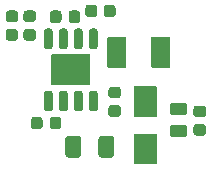
<source format=gts>
G04 #@! TF.GenerationSoftware,KiCad,Pcbnew,(5.1.0-1558-g0ba0c1724)*
G04 #@! TF.CreationDate,2019-11-25T19:03:30-08:00*
G04 #@! TF.ProjectId,MP-Power,4d502d50-6f77-4657-922e-6b696361645f,rev?*
G04 #@! TF.SameCoordinates,Original*
G04 #@! TF.FileFunction,Soldermask,Top*
G04 #@! TF.FilePolarity,Negative*
%FSLAX46Y46*%
G04 Gerber Fmt 4.6, Leading zero omitted, Abs format (unit mm)*
G04 Created by KiCad (PCBNEW (5.1.0-1558-g0ba0c1724)) date 2019-11-25 19:03:30*
%MOMM*%
%LPD*%
G04 APERTURE LIST*
%ADD10C,0.100000*%
G04 APERTURE END LIST*
D10*
G36*
X121219899Y-83901959D02*
G01*
X121236769Y-83913231D01*
X121248041Y-83930101D01*
X121254448Y-83962312D01*
X121254448Y-86437688D01*
X121251999Y-86450000D01*
X121248041Y-86469899D01*
X121236769Y-86486769D01*
X121219899Y-86498041D01*
X121200000Y-86501999D01*
X121187688Y-86504448D01*
X119412312Y-86504448D01*
X119380101Y-86498041D01*
X119363231Y-86486769D01*
X119351959Y-86469899D01*
X119345552Y-86437688D01*
X119345552Y-83962312D01*
X119351959Y-83930101D01*
X119363231Y-83913231D01*
X119380101Y-83901959D01*
X119412312Y-83895552D01*
X121187688Y-83895552D01*
X121219899Y-83901959D01*
X121219899Y-83901959D01*
G37*
G36*
X117461756Y-84086764D02*
G01*
X117473228Y-84092289D01*
X117481286Y-84093795D01*
X117498543Y-84104480D01*
X117543638Y-84126197D01*
X117563738Y-84144847D01*
X117576964Y-84153036D01*
X117587264Y-84166676D01*
X117610265Y-84188017D01*
X117632617Y-84226732D01*
X117644781Y-84242840D01*
X117646750Y-84251212D01*
X117654506Y-84264646D01*
X117673419Y-84364603D01*
X117676883Y-84379331D01*
X117676883Y-84382910D01*
X117678194Y-84389839D01*
X117678194Y-85612516D01*
X117663236Y-85711756D01*
X117657711Y-85723228D01*
X117656205Y-85731286D01*
X117645520Y-85748543D01*
X117623803Y-85793638D01*
X117605153Y-85813738D01*
X117596964Y-85826964D01*
X117583324Y-85837264D01*
X117561983Y-85860265D01*
X117523268Y-85882617D01*
X117507160Y-85894781D01*
X117498788Y-85896750D01*
X117485354Y-85904506D01*
X117385397Y-85923419D01*
X117370669Y-85926883D01*
X117367090Y-85926883D01*
X117360161Y-85928194D01*
X116637484Y-85928194D01*
X116538244Y-85913236D01*
X116526772Y-85907711D01*
X116518714Y-85906205D01*
X116501457Y-85895520D01*
X116456362Y-85873803D01*
X116436262Y-85855153D01*
X116423036Y-85846964D01*
X116412736Y-85833324D01*
X116389735Y-85811983D01*
X116367383Y-85773268D01*
X116355219Y-85757160D01*
X116353250Y-85748788D01*
X116345494Y-85735354D01*
X116326581Y-85635397D01*
X116323117Y-85620669D01*
X116323117Y-85617090D01*
X116321806Y-85610161D01*
X116321806Y-84387484D01*
X116336764Y-84288244D01*
X116342289Y-84276772D01*
X116343795Y-84268714D01*
X116354480Y-84251457D01*
X116376197Y-84206362D01*
X116394847Y-84186262D01*
X116403036Y-84173036D01*
X116416676Y-84162736D01*
X116438017Y-84139735D01*
X116476732Y-84117383D01*
X116492840Y-84105219D01*
X116501212Y-84103250D01*
X116514646Y-84095494D01*
X116614603Y-84076581D01*
X116629331Y-84073117D01*
X116632910Y-84073117D01*
X116639839Y-84071806D01*
X117362516Y-84071806D01*
X117461756Y-84086764D01*
X117461756Y-84086764D01*
G37*
G36*
X114661756Y-84086764D02*
G01*
X114673228Y-84092289D01*
X114681286Y-84093795D01*
X114698543Y-84104480D01*
X114743638Y-84126197D01*
X114763738Y-84144847D01*
X114776964Y-84153036D01*
X114787264Y-84166676D01*
X114810265Y-84188017D01*
X114832617Y-84226732D01*
X114844781Y-84242840D01*
X114846750Y-84251212D01*
X114854506Y-84264646D01*
X114873419Y-84364603D01*
X114876883Y-84379331D01*
X114876883Y-84382910D01*
X114878194Y-84389839D01*
X114878194Y-85612516D01*
X114863236Y-85711756D01*
X114857711Y-85723228D01*
X114856205Y-85731286D01*
X114845520Y-85748543D01*
X114823803Y-85793638D01*
X114805153Y-85813738D01*
X114796964Y-85826964D01*
X114783324Y-85837264D01*
X114761983Y-85860265D01*
X114723268Y-85882617D01*
X114707160Y-85894781D01*
X114698788Y-85896750D01*
X114685354Y-85904506D01*
X114585397Y-85923419D01*
X114570669Y-85926883D01*
X114567090Y-85926883D01*
X114560161Y-85928194D01*
X113837484Y-85928194D01*
X113738244Y-85913236D01*
X113726772Y-85907711D01*
X113718714Y-85906205D01*
X113701457Y-85895520D01*
X113656362Y-85873803D01*
X113636262Y-85855153D01*
X113623036Y-85846964D01*
X113612736Y-85833324D01*
X113589735Y-85811983D01*
X113567383Y-85773268D01*
X113555219Y-85757160D01*
X113553250Y-85748788D01*
X113545494Y-85735354D01*
X113526581Y-85635397D01*
X113523117Y-85620669D01*
X113523117Y-85617090D01*
X113521806Y-85610161D01*
X113521806Y-84387484D01*
X113536764Y-84288244D01*
X113542289Y-84276772D01*
X113543795Y-84268714D01*
X113554480Y-84251457D01*
X113576197Y-84206362D01*
X113594847Y-84186262D01*
X113603036Y-84173036D01*
X113616676Y-84162736D01*
X113638017Y-84139735D01*
X113676732Y-84117383D01*
X113692840Y-84105219D01*
X113701212Y-84103250D01*
X113714646Y-84095494D01*
X113814603Y-84076581D01*
X113829331Y-84073117D01*
X113832910Y-84073117D01*
X113839839Y-84071806D01*
X114562516Y-84071806D01*
X114661756Y-84086764D01*
X114661756Y-84086764D01*
G37*
G36*
X123551652Y-83148117D02*
G01*
X123552027Y-83148117D01*
X123554106Y-83148506D01*
X123645430Y-83162970D01*
X123653513Y-83167088D01*
X123660347Y-83168366D01*
X123680453Y-83180815D01*
X123728620Y-83205357D01*
X123742488Y-83219225D01*
X123754039Y-83226377D01*
X123767607Y-83244344D01*
X123794643Y-83271380D01*
X123808374Y-83298328D01*
X123820447Y-83314316D01*
X123823814Y-83328632D01*
X123837030Y-83354570D01*
X123851701Y-83447200D01*
X123851883Y-83447973D01*
X123851883Y-83448348D01*
X123853194Y-83456625D01*
X123853194Y-83918375D01*
X123851883Y-83926652D01*
X123851883Y-83927027D01*
X123851494Y-83929106D01*
X123837030Y-84020430D01*
X123832912Y-84028513D01*
X123831634Y-84035347D01*
X123819185Y-84055453D01*
X123794643Y-84103620D01*
X123780775Y-84117488D01*
X123773623Y-84129039D01*
X123755656Y-84142607D01*
X123728620Y-84169643D01*
X123701672Y-84183374D01*
X123685684Y-84195447D01*
X123671368Y-84198814D01*
X123645430Y-84212030D01*
X123552800Y-84226701D01*
X123552027Y-84226883D01*
X123551652Y-84226883D01*
X123543375Y-84228194D01*
X122656625Y-84228194D01*
X122648348Y-84226883D01*
X122647973Y-84226883D01*
X122645894Y-84226494D01*
X122554570Y-84212030D01*
X122546487Y-84207912D01*
X122539653Y-84206634D01*
X122519547Y-84194185D01*
X122471380Y-84169643D01*
X122457512Y-84155775D01*
X122445961Y-84148623D01*
X122432393Y-84130656D01*
X122405357Y-84103620D01*
X122391626Y-84076672D01*
X122379553Y-84060684D01*
X122376186Y-84046368D01*
X122362970Y-84020430D01*
X122348299Y-83927800D01*
X122348117Y-83927027D01*
X122348117Y-83926652D01*
X122346806Y-83918375D01*
X122346806Y-83456625D01*
X122348117Y-83448348D01*
X122348117Y-83447973D01*
X122348506Y-83445894D01*
X122362970Y-83354570D01*
X122367088Y-83346487D01*
X122368366Y-83339653D01*
X122380815Y-83319547D01*
X122405357Y-83271380D01*
X122419225Y-83257512D01*
X122426377Y-83245961D01*
X122444344Y-83232393D01*
X122471380Y-83205357D01*
X122498328Y-83191626D01*
X122514316Y-83179553D01*
X122528632Y-83176186D01*
X122554570Y-83162970D01*
X122647200Y-83148299D01*
X122647973Y-83148117D01*
X122648348Y-83148117D01*
X122656625Y-83146806D01*
X123543375Y-83146806D01*
X123551652Y-83148117D01*
X123551652Y-83148117D01*
G37*
G36*
X125151231Y-83098001D02*
G01*
X125151964Y-83098001D01*
X125154829Y-83098571D01*
X125237918Y-83111731D01*
X125248760Y-83117255D01*
X125257215Y-83118937D01*
X125273768Y-83129998D01*
X125314054Y-83150524D01*
X125333316Y-83169786D01*
X125346443Y-83178557D01*
X125355214Y-83191684D01*
X125374476Y-83210946D01*
X125395002Y-83251232D01*
X125406063Y-83267785D01*
X125407745Y-83276240D01*
X125413269Y-83287082D01*
X125426429Y-83370171D01*
X125426999Y-83373036D01*
X125426999Y-83373769D01*
X125428194Y-83381314D01*
X125428194Y-83793686D01*
X125426999Y-83801231D01*
X125426999Y-83801964D01*
X125426429Y-83804829D01*
X125413269Y-83887918D01*
X125407745Y-83898760D01*
X125406063Y-83907215D01*
X125395002Y-83923768D01*
X125374476Y-83964054D01*
X125355214Y-83983316D01*
X125346443Y-83996443D01*
X125333316Y-84005214D01*
X125314054Y-84024476D01*
X125273768Y-84045002D01*
X125257215Y-84056063D01*
X125248760Y-84057745D01*
X125237918Y-84063269D01*
X125154829Y-84076429D01*
X125151964Y-84076999D01*
X125151231Y-84076999D01*
X125143686Y-84078194D01*
X124656314Y-84078194D01*
X124648769Y-84076999D01*
X124648036Y-84076999D01*
X124645171Y-84076429D01*
X124562082Y-84063269D01*
X124551240Y-84057745D01*
X124542785Y-84056063D01*
X124526232Y-84045002D01*
X124485946Y-84024476D01*
X124466684Y-84005214D01*
X124453557Y-83996443D01*
X124444786Y-83983316D01*
X124425524Y-83964054D01*
X124404998Y-83923768D01*
X124393937Y-83907215D01*
X124392255Y-83898760D01*
X124386731Y-83887918D01*
X124373571Y-83804829D01*
X124373001Y-83801964D01*
X124373001Y-83801231D01*
X124371806Y-83793686D01*
X124371806Y-83381314D01*
X124373001Y-83373769D01*
X124373001Y-83373036D01*
X124373571Y-83370171D01*
X124386731Y-83287082D01*
X124392255Y-83276240D01*
X124393937Y-83267785D01*
X124404998Y-83251232D01*
X124425524Y-83210946D01*
X124444786Y-83191684D01*
X124453557Y-83178557D01*
X124466684Y-83169786D01*
X124485946Y-83150524D01*
X124526232Y-83129998D01*
X124542785Y-83118937D01*
X124551240Y-83117255D01*
X124562082Y-83111731D01*
X124645171Y-83098571D01*
X124648036Y-83098001D01*
X124648769Y-83098001D01*
X124656314Y-83096806D01*
X125143686Y-83096806D01*
X125151231Y-83098001D01*
X125151231Y-83098001D01*
G37*
G36*
X111326231Y-82473001D02*
G01*
X111326964Y-82473001D01*
X111329829Y-82473571D01*
X111412918Y-82486731D01*
X111423760Y-82492255D01*
X111432215Y-82493937D01*
X111448768Y-82504998D01*
X111489054Y-82525524D01*
X111508316Y-82544786D01*
X111521443Y-82553557D01*
X111530214Y-82566684D01*
X111549476Y-82585946D01*
X111570002Y-82626232D01*
X111581063Y-82642785D01*
X111582745Y-82651240D01*
X111588269Y-82662082D01*
X111601429Y-82745171D01*
X111601999Y-82748036D01*
X111601999Y-82748769D01*
X111603194Y-82756314D01*
X111603194Y-83243686D01*
X111601999Y-83251231D01*
X111601999Y-83251964D01*
X111601429Y-83254829D01*
X111588269Y-83337918D01*
X111582745Y-83348760D01*
X111581063Y-83357215D01*
X111570002Y-83373768D01*
X111549476Y-83414054D01*
X111530214Y-83433316D01*
X111521443Y-83446443D01*
X111508316Y-83455214D01*
X111489054Y-83474476D01*
X111448768Y-83495002D01*
X111432215Y-83506063D01*
X111423760Y-83507745D01*
X111412918Y-83513269D01*
X111329829Y-83526429D01*
X111326964Y-83526999D01*
X111326231Y-83526999D01*
X111318686Y-83528194D01*
X110906314Y-83528194D01*
X110898769Y-83526999D01*
X110898036Y-83526999D01*
X110895171Y-83526429D01*
X110812082Y-83513269D01*
X110801240Y-83507745D01*
X110792785Y-83506063D01*
X110776232Y-83495002D01*
X110735946Y-83474476D01*
X110716684Y-83455214D01*
X110703557Y-83446443D01*
X110694786Y-83433316D01*
X110675524Y-83414054D01*
X110654998Y-83373768D01*
X110643937Y-83357215D01*
X110642255Y-83348760D01*
X110636731Y-83337918D01*
X110623571Y-83254829D01*
X110623001Y-83251964D01*
X110623001Y-83251231D01*
X110621806Y-83243686D01*
X110621806Y-82756314D01*
X110623001Y-82748769D01*
X110623001Y-82748036D01*
X110623571Y-82745171D01*
X110636731Y-82662082D01*
X110642255Y-82651240D01*
X110643937Y-82642785D01*
X110654998Y-82626232D01*
X110675524Y-82585946D01*
X110694786Y-82566684D01*
X110703557Y-82553557D01*
X110716684Y-82544786D01*
X110735946Y-82525524D01*
X110776232Y-82504998D01*
X110792785Y-82493937D01*
X110801240Y-82492255D01*
X110812082Y-82486731D01*
X110895171Y-82473571D01*
X110898036Y-82473001D01*
X110898769Y-82473001D01*
X110906314Y-82471806D01*
X111318686Y-82471806D01*
X111326231Y-82473001D01*
X111326231Y-82473001D01*
G37*
G36*
X112901231Y-82473001D02*
G01*
X112901964Y-82473001D01*
X112904829Y-82473571D01*
X112987918Y-82486731D01*
X112998760Y-82492255D01*
X113007215Y-82493937D01*
X113023768Y-82504998D01*
X113064054Y-82525524D01*
X113083316Y-82544786D01*
X113096443Y-82553557D01*
X113105214Y-82566684D01*
X113124476Y-82585946D01*
X113145002Y-82626232D01*
X113156063Y-82642785D01*
X113157745Y-82651240D01*
X113163269Y-82662082D01*
X113176429Y-82745171D01*
X113176999Y-82748036D01*
X113176999Y-82748769D01*
X113178194Y-82756314D01*
X113178194Y-83243686D01*
X113176999Y-83251231D01*
X113176999Y-83251964D01*
X113176429Y-83254829D01*
X113163269Y-83337918D01*
X113157745Y-83348760D01*
X113156063Y-83357215D01*
X113145002Y-83373768D01*
X113124476Y-83414054D01*
X113105214Y-83433316D01*
X113096443Y-83446443D01*
X113083316Y-83455214D01*
X113064054Y-83474476D01*
X113023768Y-83495002D01*
X113007215Y-83506063D01*
X112998760Y-83507745D01*
X112987918Y-83513269D01*
X112904829Y-83526429D01*
X112901964Y-83526999D01*
X112901231Y-83526999D01*
X112893686Y-83528194D01*
X112481314Y-83528194D01*
X112473769Y-83526999D01*
X112473036Y-83526999D01*
X112470171Y-83526429D01*
X112387082Y-83513269D01*
X112376240Y-83507745D01*
X112367785Y-83506063D01*
X112351232Y-83495002D01*
X112310946Y-83474476D01*
X112291684Y-83455214D01*
X112278557Y-83446443D01*
X112269786Y-83433316D01*
X112250524Y-83414054D01*
X112229998Y-83373768D01*
X112218937Y-83357215D01*
X112217255Y-83348760D01*
X112211731Y-83337918D01*
X112198571Y-83254829D01*
X112198001Y-83251964D01*
X112198001Y-83251231D01*
X112196806Y-83243686D01*
X112196806Y-82756314D01*
X112198001Y-82748769D01*
X112198001Y-82748036D01*
X112198571Y-82745171D01*
X112211731Y-82662082D01*
X112217255Y-82651240D01*
X112218937Y-82642785D01*
X112229998Y-82626232D01*
X112250524Y-82585946D01*
X112269786Y-82566684D01*
X112278557Y-82553557D01*
X112291684Y-82544786D01*
X112310946Y-82525524D01*
X112351232Y-82504998D01*
X112367785Y-82493937D01*
X112376240Y-82492255D01*
X112387082Y-82486731D01*
X112470171Y-82473571D01*
X112473036Y-82473001D01*
X112473769Y-82473001D01*
X112481314Y-82471806D01*
X112893686Y-82471806D01*
X112901231Y-82473001D01*
X112901231Y-82473001D01*
G37*
G36*
X121219899Y-79901959D02*
G01*
X121236769Y-79913231D01*
X121248041Y-79930101D01*
X121254448Y-79962312D01*
X121254448Y-82437688D01*
X121251999Y-82450000D01*
X121248041Y-82469899D01*
X121236769Y-82486769D01*
X121219899Y-82498041D01*
X121200000Y-82501999D01*
X121187688Y-82504448D01*
X119412312Y-82504448D01*
X119380101Y-82498041D01*
X119363231Y-82486769D01*
X119351959Y-82469899D01*
X119345552Y-82437688D01*
X119345552Y-79962312D01*
X119351959Y-79930101D01*
X119363231Y-79913231D01*
X119380101Y-79901959D01*
X119412312Y-79895552D01*
X121187688Y-79895552D01*
X121219899Y-79901959D01*
X121219899Y-79901959D01*
G37*
G36*
X125151231Y-81523001D02*
G01*
X125151964Y-81523001D01*
X125154829Y-81523571D01*
X125237918Y-81536731D01*
X125248760Y-81542255D01*
X125257215Y-81543937D01*
X125273768Y-81554998D01*
X125314054Y-81575524D01*
X125333316Y-81594786D01*
X125346443Y-81603557D01*
X125355214Y-81616684D01*
X125374476Y-81635946D01*
X125395002Y-81676232D01*
X125406063Y-81692785D01*
X125407745Y-81701240D01*
X125413269Y-81712082D01*
X125426429Y-81795171D01*
X125426999Y-81798036D01*
X125426999Y-81798769D01*
X125428194Y-81806314D01*
X125428194Y-82218686D01*
X125426999Y-82226231D01*
X125426999Y-82226964D01*
X125426429Y-82229829D01*
X125413269Y-82312918D01*
X125407745Y-82323760D01*
X125406063Y-82332215D01*
X125395002Y-82348768D01*
X125374476Y-82389054D01*
X125355214Y-82408316D01*
X125346443Y-82421443D01*
X125333316Y-82430214D01*
X125314054Y-82449476D01*
X125273768Y-82470002D01*
X125257215Y-82481063D01*
X125248760Y-82482745D01*
X125237918Y-82488269D01*
X125154829Y-82501429D01*
X125151964Y-82501999D01*
X125151231Y-82501999D01*
X125143686Y-82503194D01*
X124656314Y-82503194D01*
X124648769Y-82501999D01*
X124648036Y-82501999D01*
X124645171Y-82501429D01*
X124562082Y-82488269D01*
X124551240Y-82482745D01*
X124542785Y-82481063D01*
X124526232Y-82470002D01*
X124485946Y-82449476D01*
X124466684Y-82430214D01*
X124453557Y-82421443D01*
X124444786Y-82408316D01*
X124425524Y-82389054D01*
X124404998Y-82348768D01*
X124393937Y-82332215D01*
X124392255Y-82323760D01*
X124386731Y-82312918D01*
X124373571Y-82229829D01*
X124373001Y-82226964D01*
X124373001Y-82226231D01*
X124371806Y-82218686D01*
X124371806Y-81806314D01*
X124373001Y-81798769D01*
X124373001Y-81798036D01*
X124373571Y-81795171D01*
X124386731Y-81712082D01*
X124392255Y-81701240D01*
X124393937Y-81692785D01*
X124404998Y-81676232D01*
X124425524Y-81635946D01*
X124444786Y-81616684D01*
X124453557Y-81603557D01*
X124466684Y-81594786D01*
X124485946Y-81575524D01*
X124526232Y-81554998D01*
X124542785Y-81543937D01*
X124551240Y-81542255D01*
X124562082Y-81536731D01*
X124645171Y-81523571D01*
X124648036Y-81523001D01*
X124648769Y-81523001D01*
X124656314Y-81521806D01*
X125143686Y-81521806D01*
X125151231Y-81523001D01*
X125151231Y-81523001D01*
G37*
G36*
X117951231Y-81498001D02*
G01*
X117951964Y-81498001D01*
X117954829Y-81498571D01*
X118037918Y-81511731D01*
X118048760Y-81517255D01*
X118057215Y-81518937D01*
X118073768Y-81529998D01*
X118114054Y-81550524D01*
X118133316Y-81569786D01*
X118146443Y-81578557D01*
X118155214Y-81591684D01*
X118174476Y-81610946D01*
X118195002Y-81651232D01*
X118206063Y-81667785D01*
X118207745Y-81676240D01*
X118213269Y-81687082D01*
X118226429Y-81770171D01*
X118226999Y-81773036D01*
X118226999Y-81773769D01*
X118228194Y-81781314D01*
X118228194Y-82193686D01*
X118226999Y-82201231D01*
X118226999Y-82201964D01*
X118226429Y-82204829D01*
X118213269Y-82287918D01*
X118207745Y-82298760D01*
X118206063Y-82307215D01*
X118195002Y-82323768D01*
X118174476Y-82364054D01*
X118155214Y-82383316D01*
X118146443Y-82396443D01*
X118133316Y-82405214D01*
X118114054Y-82424476D01*
X118073768Y-82445002D01*
X118057215Y-82456063D01*
X118048760Y-82457745D01*
X118037918Y-82463269D01*
X117954829Y-82476429D01*
X117951964Y-82476999D01*
X117951231Y-82476999D01*
X117943686Y-82478194D01*
X117456314Y-82478194D01*
X117448769Y-82476999D01*
X117448036Y-82476999D01*
X117445171Y-82476429D01*
X117362082Y-82463269D01*
X117351240Y-82457745D01*
X117342785Y-82456063D01*
X117326232Y-82445002D01*
X117285946Y-82424476D01*
X117266684Y-82405214D01*
X117253557Y-82396443D01*
X117244786Y-82383316D01*
X117225524Y-82364054D01*
X117204998Y-82323768D01*
X117193937Y-82307215D01*
X117192255Y-82298760D01*
X117186731Y-82287918D01*
X117173571Y-82204829D01*
X117173001Y-82201964D01*
X117173001Y-82201231D01*
X117171806Y-82193686D01*
X117171806Y-81781314D01*
X117173001Y-81773769D01*
X117173001Y-81773036D01*
X117173571Y-81770171D01*
X117186731Y-81687082D01*
X117192255Y-81676240D01*
X117193937Y-81667785D01*
X117204998Y-81651232D01*
X117225524Y-81610946D01*
X117244786Y-81591684D01*
X117253557Y-81578557D01*
X117266684Y-81569786D01*
X117285946Y-81550524D01*
X117326232Y-81529998D01*
X117342785Y-81518937D01*
X117351240Y-81517255D01*
X117362082Y-81511731D01*
X117445171Y-81498571D01*
X117448036Y-81498001D01*
X117448769Y-81498001D01*
X117456314Y-81496806D01*
X117943686Y-81496806D01*
X117951231Y-81498001D01*
X117951231Y-81498001D01*
G37*
G36*
X123551652Y-81273117D02*
G01*
X123552027Y-81273117D01*
X123554106Y-81273506D01*
X123645430Y-81287970D01*
X123653513Y-81292088D01*
X123660347Y-81293366D01*
X123680453Y-81305815D01*
X123728620Y-81330357D01*
X123742488Y-81344225D01*
X123754039Y-81351377D01*
X123767607Y-81369344D01*
X123794643Y-81396380D01*
X123808374Y-81423328D01*
X123820447Y-81439316D01*
X123823814Y-81453632D01*
X123837030Y-81479570D01*
X123851701Y-81572200D01*
X123851883Y-81572973D01*
X123851883Y-81573348D01*
X123853194Y-81581625D01*
X123853194Y-82043375D01*
X123851883Y-82051652D01*
X123851883Y-82052027D01*
X123851494Y-82054106D01*
X123837030Y-82145430D01*
X123832912Y-82153513D01*
X123831634Y-82160347D01*
X123819185Y-82180453D01*
X123794643Y-82228620D01*
X123780775Y-82242488D01*
X123773623Y-82254039D01*
X123755656Y-82267607D01*
X123728620Y-82294643D01*
X123701672Y-82308374D01*
X123685684Y-82320447D01*
X123671368Y-82323814D01*
X123645430Y-82337030D01*
X123552800Y-82351701D01*
X123552027Y-82351883D01*
X123551652Y-82351883D01*
X123543375Y-82353194D01*
X122656625Y-82353194D01*
X122648348Y-82351883D01*
X122647973Y-82351883D01*
X122645894Y-82351494D01*
X122554570Y-82337030D01*
X122546487Y-82332912D01*
X122539653Y-82331634D01*
X122519547Y-82319185D01*
X122471380Y-82294643D01*
X122457512Y-82280775D01*
X122445961Y-82273623D01*
X122432393Y-82255656D01*
X122405357Y-82228620D01*
X122391626Y-82201672D01*
X122379553Y-82185684D01*
X122376186Y-82171368D01*
X122362970Y-82145430D01*
X122348299Y-82052800D01*
X122348117Y-82052027D01*
X122348117Y-82051652D01*
X122346806Y-82043375D01*
X122346806Y-81581625D01*
X122348117Y-81573348D01*
X122348117Y-81572973D01*
X122348506Y-81570894D01*
X122362970Y-81479570D01*
X122367088Y-81471487D01*
X122368366Y-81464653D01*
X122380815Y-81444547D01*
X122405357Y-81396380D01*
X122419225Y-81382512D01*
X122426377Y-81370961D01*
X122444344Y-81357393D01*
X122471380Y-81330357D01*
X122498328Y-81316626D01*
X122514316Y-81304553D01*
X122528632Y-81301186D01*
X122554570Y-81287970D01*
X122647200Y-81273299D01*
X122647973Y-81273117D01*
X122648348Y-81273117D01*
X122656625Y-81271806D01*
X123543375Y-81271806D01*
X123551652Y-81273117D01*
X123551652Y-81273117D01*
G37*
G36*
X116051483Y-80273001D02*
G01*
X116052061Y-80273001D01*
X116056575Y-80273899D01*
X116122492Y-80285522D01*
X116126426Y-80287793D01*
X116130487Y-80288601D01*
X116147405Y-80299905D01*
X116183879Y-80320963D01*
X116190207Y-80328504D01*
X116196974Y-80333026D01*
X116208598Y-80350422D01*
X116225797Y-80370920D01*
X116228142Y-80379673D01*
X116241399Y-80399513D01*
X116256999Y-80477939D01*
X116256999Y-80487367D01*
X116258715Y-80493771D01*
X116258715Y-81786751D01*
X116256999Y-81796483D01*
X116256999Y-81797061D01*
X116256101Y-81801575D01*
X116244478Y-81867492D01*
X116242207Y-81871426D01*
X116241399Y-81875487D01*
X116230095Y-81892405D01*
X116209037Y-81928879D01*
X116201496Y-81935207D01*
X116196974Y-81941974D01*
X116179578Y-81953598D01*
X116159080Y-81970797D01*
X116150327Y-81973142D01*
X116130487Y-81986399D01*
X116052061Y-82001999D01*
X116042633Y-82001999D01*
X116036229Y-82003715D01*
X115768249Y-82003715D01*
X115758517Y-82001999D01*
X115757939Y-82001999D01*
X115753425Y-82001101D01*
X115687508Y-81989478D01*
X115683574Y-81987207D01*
X115679513Y-81986399D01*
X115662595Y-81975095D01*
X115626121Y-81954037D01*
X115619793Y-81946496D01*
X115613026Y-81941974D01*
X115601402Y-81924578D01*
X115584203Y-81904080D01*
X115581858Y-81895327D01*
X115568601Y-81875487D01*
X115553001Y-81797061D01*
X115553001Y-81787633D01*
X115551285Y-81781229D01*
X115551285Y-80488249D01*
X115553001Y-80478517D01*
X115553001Y-80477939D01*
X115553899Y-80473425D01*
X115565522Y-80407508D01*
X115567793Y-80403574D01*
X115568601Y-80399513D01*
X115579905Y-80382595D01*
X115600963Y-80346121D01*
X115608504Y-80339793D01*
X115613026Y-80333026D01*
X115630422Y-80321402D01*
X115650920Y-80304203D01*
X115659673Y-80301858D01*
X115679513Y-80288601D01*
X115757939Y-80273001D01*
X115767367Y-80273001D01*
X115773771Y-80271285D01*
X116041751Y-80271285D01*
X116051483Y-80273001D01*
X116051483Y-80273001D01*
G37*
G36*
X114781483Y-80273001D02*
G01*
X114782061Y-80273001D01*
X114786575Y-80273899D01*
X114852492Y-80285522D01*
X114856426Y-80287793D01*
X114860487Y-80288601D01*
X114877405Y-80299905D01*
X114913879Y-80320963D01*
X114920207Y-80328504D01*
X114926974Y-80333026D01*
X114938598Y-80350422D01*
X114955797Y-80370920D01*
X114958142Y-80379673D01*
X114971399Y-80399513D01*
X114986999Y-80477939D01*
X114986999Y-80487367D01*
X114988715Y-80493771D01*
X114988715Y-81786751D01*
X114986999Y-81796483D01*
X114986999Y-81797061D01*
X114986101Y-81801575D01*
X114974478Y-81867492D01*
X114972207Y-81871426D01*
X114971399Y-81875487D01*
X114960095Y-81892405D01*
X114939037Y-81928879D01*
X114931496Y-81935207D01*
X114926974Y-81941974D01*
X114909578Y-81953598D01*
X114889080Y-81970797D01*
X114880327Y-81973142D01*
X114860487Y-81986399D01*
X114782061Y-82001999D01*
X114772633Y-82001999D01*
X114766229Y-82003715D01*
X114498249Y-82003715D01*
X114488517Y-82001999D01*
X114487939Y-82001999D01*
X114483425Y-82001101D01*
X114417508Y-81989478D01*
X114413574Y-81987207D01*
X114409513Y-81986399D01*
X114392595Y-81975095D01*
X114356121Y-81954037D01*
X114349793Y-81946496D01*
X114343026Y-81941974D01*
X114331402Y-81924578D01*
X114314203Y-81904080D01*
X114311858Y-81895327D01*
X114298601Y-81875487D01*
X114283001Y-81797061D01*
X114283001Y-81787633D01*
X114281285Y-81781229D01*
X114281285Y-80488249D01*
X114283001Y-80478517D01*
X114283001Y-80477939D01*
X114283899Y-80473425D01*
X114295522Y-80407508D01*
X114297793Y-80403574D01*
X114298601Y-80399513D01*
X114309905Y-80382595D01*
X114330963Y-80346121D01*
X114338504Y-80339793D01*
X114343026Y-80333026D01*
X114360422Y-80321402D01*
X114380920Y-80304203D01*
X114389673Y-80301858D01*
X114409513Y-80288601D01*
X114487939Y-80273001D01*
X114497367Y-80273001D01*
X114503771Y-80271285D01*
X114771751Y-80271285D01*
X114781483Y-80273001D01*
X114781483Y-80273001D01*
G37*
G36*
X113511483Y-80273001D02*
G01*
X113512061Y-80273001D01*
X113516575Y-80273899D01*
X113582492Y-80285522D01*
X113586426Y-80287793D01*
X113590487Y-80288601D01*
X113607405Y-80299905D01*
X113643879Y-80320963D01*
X113650207Y-80328504D01*
X113656974Y-80333026D01*
X113668598Y-80350422D01*
X113685797Y-80370920D01*
X113688142Y-80379673D01*
X113701399Y-80399513D01*
X113716999Y-80477939D01*
X113716999Y-80487367D01*
X113718715Y-80493771D01*
X113718715Y-81786751D01*
X113716999Y-81796483D01*
X113716999Y-81797061D01*
X113716101Y-81801575D01*
X113704478Y-81867492D01*
X113702207Y-81871426D01*
X113701399Y-81875487D01*
X113690095Y-81892405D01*
X113669037Y-81928879D01*
X113661496Y-81935207D01*
X113656974Y-81941974D01*
X113639578Y-81953598D01*
X113619080Y-81970797D01*
X113610327Y-81973142D01*
X113590487Y-81986399D01*
X113512061Y-82001999D01*
X113502633Y-82001999D01*
X113496229Y-82003715D01*
X113228249Y-82003715D01*
X113218517Y-82001999D01*
X113217939Y-82001999D01*
X113213425Y-82001101D01*
X113147508Y-81989478D01*
X113143574Y-81987207D01*
X113139513Y-81986399D01*
X113122595Y-81975095D01*
X113086121Y-81954037D01*
X113079793Y-81946496D01*
X113073026Y-81941974D01*
X113061402Y-81924578D01*
X113044203Y-81904080D01*
X113041858Y-81895327D01*
X113028601Y-81875487D01*
X113013001Y-81797061D01*
X113013001Y-81787633D01*
X113011285Y-81781229D01*
X113011285Y-80488249D01*
X113013001Y-80478517D01*
X113013001Y-80477939D01*
X113013899Y-80473425D01*
X113025522Y-80407508D01*
X113027793Y-80403574D01*
X113028601Y-80399513D01*
X113039905Y-80382595D01*
X113060963Y-80346121D01*
X113068504Y-80339793D01*
X113073026Y-80333026D01*
X113090422Y-80321402D01*
X113110920Y-80304203D01*
X113119673Y-80301858D01*
X113139513Y-80288601D01*
X113217939Y-80273001D01*
X113227367Y-80273001D01*
X113233771Y-80271285D01*
X113501751Y-80271285D01*
X113511483Y-80273001D01*
X113511483Y-80273001D01*
G37*
G36*
X112241483Y-80273001D02*
G01*
X112242061Y-80273001D01*
X112246575Y-80273899D01*
X112312492Y-80285522D01*
X112316426Y-80287793D01*
X112320487Y-80288601D01*
X112337405Y-80299905D01*
X112373879Y-80320963D01*
X112380207Y-80328504D01*
X112386974Y-80333026D01*
X112398598Y-80350422D01*
X112415797Y-80370920D01*
X112418142Y-80379673D01*
X112431399Y-80399513D01*
X112446999Y-80477939D01*
X112446999Y-80487367D01*
X112448715Y-80493771D01*
X112448715Y-81786751D01*
X112446999Y-81796483D01*
X112446999Y-81797061D01*
X112446101Y-81801575D01*
X112434478Y-81867492D01*
X112432207Y-81871426D01*
X112431399Y-81875487D01*
X112420095Y-81892405D01*
X112399037Y-81928879D01*
X112391496Y-81935207D01*
X112386974Y-81941974D01*
X112369578Y-81953598D01*
X112349080Y-81970797D01*
X112340327Y-81973142D01*
X112320487Y-81986399D01*
X112242061Y-82001999D01*
X112232633Y-82001999D01*
X112226229Y-82003715D01*
X111958249Y-82003715D01*
X111948517Y-82001999D01*
X111947939Y-82001999D01*
X111943425Y-82001101D01*
X111877508Y-81989478D01*
X111873574Y-81987207D01*
X111869513Y-81986399D01*
X111852595Y-81975095D01*
X111816121Y-81954037D01*
X111809793Y-81946496D01*
X111803026Y-81941974D01*
X111791402Y-81924578D01*
X111774203Y-81904080D01*
X111771858Y-81895327D01*
X111758601Y-81875487D01*
X111743001Y-81797061D01*
X111743001Y-81787633D01*
X111741285Y-81781229D01*
X111741285Y-80488249D01*
X111743001Y-80478517D01*
X111743001Y-80477939D01*
X111743899Y-80473425D01*
X111755522Y-80407508D01*
X111757793Y-80403574D01*
X111758601Y-80399513D01*
X111769905Y-80382595D01*
X111790963Y-80346121D01*
X111798504Y-80339793D01*
X111803026Y-80333026D01*
X111820422Y-80321402D01*
X111840920Y-80304203D01*
X111849673Y-80301858D01*
X111869513Y-80288601D01*
X111947939Y-80273001D01*
X111957367Y-80273001D01*
X111963771Y-80271285D01*
X112231751Y-80271285D01*
X112241483Y-80273001D01*
X112241483Y-80273001D01*
G37*
G36*
X117951231Y-79923001D02*
G01*
X117951964Y-79923001D01*
X117954829Y-79923571D01*
X118037918Y-79936731D01*
X118048760Y-79942255D01*
X118057215Y-79943937D01*
X118073768Y-79954998D01*
X118114054Y-79975524D01*
X118133316Y-79994786D01*
X118146443Y-80003557D01*
X118155214Y-80016684D01*
X118174476Y-80035946D01*
X118195002Y-80076232D01*
X118206063Y-80092785D01*
X118207745Y-80101240D01*
X118213269Y-80112082D01*
X118226429Y-80195171D01*
X118226999Y-80198036D01*
X118226999Y-80198769D01*
X118228194Y-80206314D01*
X118228194Y-80618686D01*
X118226999Y-80626231D01*
X118226999Y-80626964D01*
X118226429Y-80629829D01*
X118213269Y-80712918D01*
X118207745Y-80723760D01*
X118206063Y-80732215D01*
X118195002Y-80748768D01*
X118174476Y-80789054D01*
X118155214Y-80808316D01*
X118146443Y-80821443D01*
X118133316Y-80830214D01*
X118114054Y-80849476D01*
X118073768Y-80870002D01*
X118057215Y-80881063D01*
X118048760Y-80882745D01*
X118037918Y-80888269D01*
X117954829Y-80901429D01*
X117951964Y-80901999D01*
X117951231Y-80901999D01*
X117943686Y-80903194D01*
X117456314Y-80903194D01*
X117448769Y-80901999D01*
X117448036Y-80901999D01*
X117445171Y-80901429D01*
X117362082Y-80888269D01*
X117351240Y-80882745D01*
X117342785Y-80881063D01*
X117326232Y-80870002D01*
X117285946Y-80849476D01*
X117266684Y-80830214D01*
X117253557Y-80821443D01*
X117244786Y-80808316D01*
X117225524Y-80789054D01*
X117204998Y-80748768D01*
X117193937Y-80732215D01*
X117192255Y-80723760D01*
X117186731Y-80712918D01*
X117173571Y-80629829D01*
X117173001Y-80626964D01*
X117173001Y-80626231D01*
X117171806Y-80618686D01*
X117171806Y-80206314D01*
X117173001Y-80198769D01*
X117173001Y-80198036D01*
X117173571Y-80195171D01*
X117186731Y-80112082D01*
X117192255Y-80101240D01*
X117193937Y-80092785D01*
X117204998Y-80076232D01*
X117225524Y-80035946D01*
X117244786Y-80016684D01*
X117253557Y-80003557D01*
X117266684Y-79994786D01*
X117285946Y-79975524D01*
X117326232Y-79954998D01*
X117342785Y-79943937D01*
X117351240Y-79942255D01*
X117362082Y-79936731D01*
X117445171Y-79923571D01*
X117448036Y-79923001D01*
X117448769Y-79923001D01*
X117456314Y-79921806D01*
X117943686Y-79921806D01*
X117951231Y-79923001D01*
X117951231Y-79923001D01*
G37*
G36*
X115619899Y-77194959D02*
G01*
X115636769Y-77206231D01*
X115648041Y-77223101D01*
X115654448Y-77255312D01*
X115654448Y-79744688D01*
X115651999Y-79757000D01*
X115648041Y-79776899D01*
X115636769Y-79793769D01*
X115619899Y-79805041D01*
X115600000Y-79808999D01*
X115587688Y-79811448D01*
X112412312Y-79811448D01*
X112380101Y-79805041D01*
X112363231Y-79793769D01*
X112351959Y-79776899D01*
X112345552Y-79744688D01*
X112345552Y-77255312D01*
X112351959Y-77223101D01*
X112363231Y-77206231D01*
X112380101Y-77194959D01*
X112412312Y-77188552D01*
X115587688Y-77188552D01*
X115619899Y-77194959D01*
X115619899Y-77194959D01*
G37*
G36*
X122369899Y-75701959D02*
G01*
X122386769Y-75713231D01*
X122398041Y-75730101D01*
X122404448Y-75762312D01*
X122404448Y-78237688D01*
X122401999Y-78250000D01*
X122398041Y-78269899D01*
X122386769Y-78286769D01*
X122369899Y-78298041D01*
X122350000Y-78301999D01*
X122337688Y-78304448D01*
X120862312Y-78304448D01*
X120830101Y-78298041D01*
X120813231Y-78286769D01*
X120801959Y-78269899D01*
X120795552Y-78237688D01*
X120795552Y-75762312D01*
X120801959Y-75730101D01*
X120813231Y-75713231D01*
X120830101Y-75701959D01*
X120862312Y-75695552D01*
X122337688Y-75695552D01*
X122369899Y-75701959D01*
X122369899Y-75701959D01*
G37*
G36*
X118669899Y-75701959D02*
G01*
X118686769Y-75713231D01*
X118698041Y-75730101D01*
X118704448Y-75762312D01*
X118704448Y-78237688D01*
X118701999Y-78250000D01*
X118698041Y-78269899D01*
X118686769Y-78286769D01*
X118669899Y-78298041D01*
X118650000Y-78301999D01*
X118637688Y-78304448D01*
X117162312Y-78304448D01*
X117130101Y-78298041D01*
X117113231Y-78286769D01*
X117101959Y-78269899D01*
X117095552Y-78237688D01*
X117095552Y-75762312D01*
X117101959Y-75730101D01*
X117113231Y-75713231D01*
X117130101Y-75701959D01*
X117162312Y-75695552D01*
X118637688Y-75695552D01*
X118669899Y-75701959D01*
X118669899Y-75701959D01*
G37*
G36*
X116051483Y-74998001D02*
G01*
X116052061Y-74998001D01*
X116056575Y-74998899D01*
X116122492Y-75010522D01*
X116126426Y-75012793D01*
X116130487Y-75013601D01*
X116147405Y-75024905D01*
X116183879Y-75045963D01*
X116190207Y-75053504D01*
X116196974Y-75058026D01*
X116208598Y-75075422D01*
X116225797Y-75095920D01*
X116228142Y-75104673D01*
X116241399Y-75124513D01*
X116256999Y-75202939D01*
X116256999Y-75212367D01*
X116258715Y-75218771D01*
X116258715Y-76511751D01*
X116256999Y-76521483D01*
X116256999Y-76522061D01*
X116256101Y-76526575D01*
X116244478Y-76592492D01*
X116242207Y-76596426D01*
X116241399Y-76600487D01*
X116230095Y-76617405D01*
X116209037Y-76653879D01*
X116201496Y-76660207D01*
X116196974Y-76666974D01*
X116179578Y-76678598D01*
X116159080Y-76695797D01*
X116150327Y-76698142D01*
X116130487Y-76711399D01*
X116052061Y-76726999D01*
X116042633Y-76726999D01*
X116036229Y-76728715D01*
X115768249Y-76728715D01*
X115758517Y-76726999D01*
X115757939Y-76726999D01*
X115753425Y-76726101D01*
X115687508Y-76714478D01*
X115683574Y-76712207D01*
X115679513Y-76711399D01*
X115662595Y-76700095D01*
X115626121Y-76679037D01*
X115619793Y-76671496D01*
X115613026Y-76666974D01*
X115601402Y-76649578D01*
X115584203Y-76629080D01*
X115581858Y-76620327D01*
X115568601Y-76600487D01*
X115553001Y-76522061D01*
X115553001Y-76512633D01*
X115551285Y-76506229D01*
X115551285Y-75213249D01*
X115553001Y-75203517D01*
X115553001Y-75202939D01*
X115553899Y-75198425D01*
X115565522Y-75132508D01*
X115567793Y-75128574D01*
X115568601Y-75124513D01*
X115579905Y-75107595D01*
X115600963Y-75071121D01*
X115608504Y-75064793D01*
X115613026Y-75058026D01*
X115630422Y-75046402D01*
X115650920Y-75029203D01*
X115659673Y-75026858D01*
X115679513Y-75013601D01*
X115757939Y-74998001D01*
X115767367Y-74998001D01*
X115773771Y-74996285D01*
X116041751Y-74996285D01*
X116051483Y-74998001D01*
X116051483Y-74998001D01*
G37*
G36*
X114781483Y-74998001D02*
G01*
X114782061Y-74998001D01*
X114786575Y-74998899D01*
X114852492Y-75010522D01*
X114856426Y-75012793D01*
X114860487Y-75013601D01*
X114877405Y-75024905D01*
X114913879Y-75045963D01*
X114920207Y-75053504D01*
X114926974Y-75058026D01*
X114938598Y-75075422D01*
X114955797Y-75095920D01*
X114958142Y-75104673D01*
X114971399Y-75124513D01*
X114986999Y-75202939D01*
X114986999Y-75212367D01*
X114988715Y-75218771D01*
X114988715Y-76511751D01*
X114986999Y-76521483D01*
X114986999Y-76522061D01*
X114986101Y-76526575D01*
X114974478Y-76592492D01*
X114972207Y-76596426D01*
X114971399Y-76600487D01*
X114960095Y-76617405D01*
X114939037Y-76653879D01*
X114931496Y-76660207D01*
X114926974Y-76666974D01*
X114909578Y-76678598D01*
X114889080Y-76695797D01*
X114880327Y-76698142D01*
X114860487Y-76711399D01*
X114782061Y-76726999D01*
X114772633Y-76726999D01*
X114766229Y-76728715D01*
X114498249Y-76728715D01*
X114488517Y-76726999D01*
X114487939Y-76726999D01*
X114483425Y-76726101D01*
X114417508Y-76714478D01*
X114413574Y-76712207D01*
X114409513Y-76711399D01*
X114392595Y-76700095D01*
X114356121Y-76679037D01*
X114349793Y-76671496D01*
X114343026Y-76666974D01*
X114331402Y-76649578D01*
X114314203Y-76629080D01*
X114311858Y-76620327D01*
X114298601Y-76600487D01*
X114283001Y-76522061D01*
X114283001Y-76512633D01*
X114281285Y-76506229D01*
X114281285Y-75213249D01*
X114283001Y-75203517D01*
X114283001Y-75202939D01*
X114283899Y-75198425D01*
X114295522Y-75132508D01*
X114297793Y-75128574D01*
X114298601Y-75124513D01*
X114309905Y-75107595D01*
X114330963Y-75071121D01*
X114338504Y-75064793D01*
X114343026Y-75058026D01*
X114360422Y-75046402D01*
X114380920Y-75029203D01*
X114389673Y-75026858D01*
X114409513Y-75013601D01*
X114487939Y-74998001D01*
X114497367Y-74998001D01*
X114503771Y-74996285D01*
X114771751Y-74996285D01*
X114781483Y-74998001D01*
X114781483Y-74998001D01*
G37*
G36*
X113511483Y-74998001D02*
G01*
X113512061Y-74998001D01*
X113516575Y-74998899D01*
X113582492Y-75010522D01*
X113586426Y-75012793D01*
X113590487Y-75013601D01*
X113607405Y-75024905D01*
X113643879Y-75045963D01*
X113650207Y-75053504D01*
X113656974Y-75058026D01*
X113668598Y-75075422D01*
X113685797Y-75095920D01*
X113688142Y-75104673D01*
X113701399Y-75124513D01*
X113716999Y-75202939D01*
X113716999Y-75212367D01*
X113718715Y-75218771D01*
X113718715Y-76511751D01*
X113716999Y-76521483D01*
X113716999Y-76522061D01*
X113716101Y-76526575D01*
X113704478Y-76592492D01*
X113702207Y-76596426D01*
X113701399Y-76600487D01*
X113690095Y-76617405D01*
X113669037Y-76653879D01*
X113661496Y-76660207D01*
X113656974Y-76666974D01*
X113639578Y-76678598D01*
X113619080Y-76695797D01*
X113610327Y-76698142D01*
X113590487Y-76711399D01*
X113512061Y-76726999D01*
X113502633Y-76726999D01*
X113496229Y-76728715D01*
X113228249Y-76728715D01*
X113218517Y-76726999D01*
X113217939Y-76726999D01*
X113213425Y-76726101D01*
X113147508Y-76714478D01*
X113143574Y-76712207D01*
X113139513Y-76711399D01*
X113122595Y-76700095D01*
X113086121Y-76679037D01*
X113079793Y-76671496D01*
X113073026Y-76666974D01*
X113061402Y-76649578D01*
X113044203Y-76629080D01*
X113041858Y-76620327D01*
X113028601Y-76600487D01*
X113013001Y-76522061D01*
X113013001Y-76512633D01*
X113011285Y-76506229D01*
X113011285Y-75213249D01*
X113013001Y-75203517D01*
X113013001Y-75202939D01*
X113013899Y-75198425D01*
X113025522Y-75132508D01*
X113027793Y-75128574D01*
X113028601Y-75124513D01*
X113039905Y-75107595D01*
X113060963Y-75071121D01*
X113068504Y-75064793D01*
X113073026Y-75058026D01*
X113090422Y-75046402D01*
X113110920Y-75029203D01*
X113119673Y-75026858D01*
X113139513Y-75013601D01*
X113217939Y-74998001D01*
X113227367Y-74998001D01*
X113233771Y-74996285D01*
X113501751Y-74996285D01*
X113511483Y-74998001D01*
X113511483Y-74998001D01*
G37*
G36*
X112241483Y-74998001D02*
G01*
X112242061Y-74998001D01*
X112246575Y-74998899D01*
X112312492Y-75010522D01*
X112316426Y-75012793D01*
X112320487Y-75013601D01*
X112337405Y-75024905D01*
X112373879Y-75045963D01*
X112380207Y-75053504D01*
X112386974Y-75058026D01*
X112398598Y-75075422D01*
X112415797Y-75095920D01*
X112418142Y-75104673D01*
X112431399Y-75124513D01*
X112446999Y-75202939D01*
X112446999Y-75212367D01*
X112448715Y-75218771D01*
X112448715Y-76511751D01*
X112446999Y-76521483D01*
X112446999Y-76522061D01*
X112446101Y-76526575D01*
X112434478Y-76592492D01*
X112432207Y-76596426D01*
X112431399Y-76600487D01*
X112420095Y-76617405D01*
X112399037Y-76653879D01*
X112391496Y-76660207D01*
X112386974Y-76666974D01*
X112369578Y-76678598D01*
X112349080Y-76695797D01*
X112340327Y-76698142D01*
X112320487Y-76711399D01*
X112242061Y-76726999D01*
X112232633Y-76726999D01*
X112226229Y-76728715D01*
X111958249Y-76728715D01*
X111948517Y-76726999D01*
X111947939Y-76726999D01*
X111943425Y-76726101D01*
X111877508Y-76714478D01*
X111873574Y-76712207D01*
X111869513Y-76711399D01*
X111852595Y-76700095D01*
X111816121Y-76679037D01*
X111809793Y-76671496D01*
X111803026Y-76666974D01*
X111791402Y-76649578D01*
X111774203Y-76629080D01*
X111771858Y-76620327D01*
X111758601Y-76600487D01*
X111743001Y-76522061D01*
X111743001Y-76512633D01*
X111741285Y-76506229D01*
X111741285Y-75213249D01*
X111743001Y-75203517D01*
X111743001Y-75202939D01*
X111743899Y-75198425D01*
X111755522Y-75132508D01*
X111757793Y-75128574D01*
X111758601Y-75124513D01*
X111769905Y-75107595D01*
X111790963Y-75071121D01*
X111798504Y-75064793D01*
X111803026Y-75058026D01*
X111820422Y-75046402D01*
X111840920Y-75029203D01*
X111849673Y-75026858D01*
X111869513Y-75013601D01*
X111947939Y-74998001D01*
X111957367Y-74998001D01*
X111963771Y-74996285D01*
X112231751Y-74996285D01*
X112241483Y-74998001D01*
X112241483Y-74998001D01*
G37*
G36*
X110751231Y-75048001D02*
G01*
X110751964Y-75048001D01*
X110754829Y-75048571D01*
X110837918Y-75061731D01*
X110848760Y-75067255D01*
X110857215Y-75068937D01*
X110873768Y-75079998D01*
X110914054Y-75100524D01*
X110933316Y-75119786D01*
X110946443Y-75128557D01*
X110955214Y-75141684D01*
X110974476Y-75160946D01*
X110995002Y-75201232D01*
X111006063Y-75217785D01*
X111007745Y-75226240D01*
X111013269Y-75237082D01*
X111026429Y-75320171D01*
X111026999Y-75323036D01*
X111026999Y-75323769D01*
X111028194Y-75331314D01*
X111028194Y-75743686D01*
X111026999Y-75751231D01*
X111026999Y-75751964D01*
X111026429Y-75754829D01*
X111013269Y-75837918D01*
X111007745Y-75848760D01*
X111006063Y-75857215D01*
X110995002Y-75873768D01*
X110974476Y-75914054D01*
X110955214Y-75933316D01*
X110946443Y-75946443D01*
X110933316Y-75955214D01*
X110914054Y-75974476D01*
X110873768Y-75995002D01*
X110857215Y-76006063D01*
X110848760Y-76007745D01*
X110837918Y-76013269D01*
X110754829Y-76026429D01*
X110751964Y-76026999D01*
X110751231Y-76026999D01*
X110743686Y-76028194D01*
X110256314Y-76028194D01*
X110248769Y-76026999D01*
X110248036Y-76026999D01*
X110245171Y-76026429D01*
X110162082Y-76013269D01*
X110151240Y-76007745D01*
X110142785Y-76006063D01*
X110126232Y-75995002D01*
X110085946Y-75974476D01*
X110066684Y-75955214D01*
X110053557Y-75946443D01*
X110044786Y-75933316D01*
X110025524Y-75914054D01*
X110004998Y-75873768D01*
X109993937Y-75857215D01*
X109992255Y-75848760D01*
X109986731Y-75837918D01*
X109973571Y-75754829D01*
X109973001Y-75751964D01*
X109973001Y-75751231D01*
X109971806Y-75743686D01*
X109971806Y-75331314D01*
X109973001Y-75323769D01*
X109973001Y-75323036D01*
X109973571Y-75320171D01*
X109986731Y-75237082D01*
X109992255Y-75226240D01*
X109993937Y-75217785D01*
X110004998Y-75201232D01*
X110025524Y-75160946D01*
X110044786Y-75141684D01*
X110053557Y-75128557D01*
X110066684Y-75119786D01*
X110085946Y-75100524D01*
X110126232Y-75079998D01*
X110142785Y-75068937D01*
X110151240Y-75067255D01*
X110162082Y-75061731D01*
X110245171Y-75048571D01*
X110248036Y-75048001D01*
X110248769Y-75048001D01*
X110256314Y-75046806D01*
X110743686Y-75046806D01*
X110751231Y-75048001D01*
X110751231Y-75048001D01*
G37*
G36*
X109251231Y-75048001D02*
G01*
X109251964Y-75048001D01*
X109254829Y-75048571D01*
X109337918Y-75061731D01*
X109348760Y-75067255D01*
X109357215Y-75068937D01*
X109373768Y-75079998D01*
X109414054Y-75100524D01*
X109433316Y-75119786D01*
X109446443Y-75128557D01*
X109455214Y-75141684D01*
X109474476Y-75160946D01*
X109495002Y-75201232D01*
X109506063Y-75217785D01*
X109507745Y-75226240D01*
X109513269Y-75237082D01*
X109526429Y-75320171D01*
X109526999Y-75323036D01*
X109526999Y-75323769D01*
X109528194Y-75331314D01*
X109528194Y-75743686D01*
X109526999Y-75751231D01*
X109526999Y-75751964D01*
X109526429Y-75754829D01*
X109513269Y-75837918D01*
X109507745Y-75848760D01*
X109506063Y-75857215D01*
X109495002Y-75873768D01*
X109474476Y-75914054D01*
X109455214Y-75933316D01*
X109446443Y-75946443D01*
X109433316Y-75955214D01*
X109414054Y-75974476D01*
X109373768Y-75995002D01*
X109357215Y-76006063D01*
X109348760Y-76007745D01*
X109337918Y-76013269D01*
X109254829Y-76026429D01*
X109251964Y-76026999D01*
X109251231Y-76026999D01*
X109243686Y-76028194D01*
X108756314Y-76028194D01*
X108748769Y-76026999D01*
X108748036Y-76026999D01*
X108745171Y-76026429D01*
X108662082Y-76013269D01*
X108651240Y-76007745D01*
X108642785Y-76006063D01*
X108626232Y-75995002D01*
X108585946Y-75974476D01*
X108566684Y-75955214D01*
X108553557Y-75946443D01*
X108544786Y-75933316D01*
X108525524Y-75914054D01*
X108504998Y-75873768D01*
X108493937Y-75857215D01*
X108492255Y-75848760D01*
X108486731Y-75837918D01*
X108473571Y-75754829D01*
X108473001Y-75751964D01*
X108473001Y-75751231D01*
X108471806Y-75743686D01*
X108471806Y-75331314D01*
X108473001Y-75323769D01*
X108473001Y-75323036D01*
X108473571Y-75320171D01*
X108486731Y-75237082D01*
X108492255Y-75226240D01*
X108493937Y-75217785D01*
X108504998Y-75201232D01*
X108525524Y-75160946D01*
X108544786Y-75141684D01*
X108553557Y-75128557D01*
X108566684Y-75119786D01*
X108585946Y-75100524D01*
X108626232Y-75079998D01*
X108642785Y-75068937D01*
X108651240Y-75067255D01*
X108662082Y-75061731D01*
X108745171Y-75048571D01*
X108748036Y-75048001D01*
X108748769Y-75048001D01*
X108756314Y-75046806D01*
X109243686Y-75046806D01*
X109251231Y-75048001D01*
X109251231Y-75048001D01*
G37*
G36*
X114501231Y-73473001D02*
G01*
X114501964Y-73473001D01*
X114504829Y-73473571D01*
X114587918Y-73486731D01*
X114598760Y-73492255D01*
X114607215Y-73493937D01*
X114623768Y-73504998D01*
X114664054Y-73525524D01*
X114683316Y-73544786D01*
X114696443Y-73553557D01*
X114705214Y-73566684D01*
X114724476Y-73585946D01*
X114745002Y-73626232D01*
X114756063Y-73642785D01*
X114757745Y-73651240D01*
X114763269Y-73662082D01*
X114776429Y-73745171D01*
X114776999Y-73748036D01*
X114776999Y-73748769D01*
X114778194Y-73756314D01*
X114778194Y-74243686D01*
X114776999Y-74251231D01*
X114776999Y-74251964D01*
X114776429Y-74254829D01*
X114763269Y-74337918D01*
X114757745Y-74348760D01*
X114756063Y-74357215D01*
X114745002Y-74373768D01*
X114724476Y-74414054D01*
X114705214Y-74433316D01*
X114696443Y-74446443D01*
X114683316Y-74455214D01*
X114664054Y-74474476D01*
X114623768Y-74495002D01*
X114607215Y-74506063D01*
X114598760Y-74507745D01*
X114587918Y-74513269D01*
X114504829Y-74526429D01*
X114501964Y-74526999D01*
X114501231Y-74526999D01*
X114493686Y-74528194D01*
X114081314Y-74528194D01*
X114073769Y-74526999D01*
X114073036Y-74526999D01*
X114070171Y-74526429D01*
X113987082Y-74513269D01*
X113976240Y-74507745D01*
X113967785Y-74506063D01*
X113951232Y-74495002D01*
X113910946Y-74474476D01*
X113891684Y-74455214D01*
X113878557Y-74446443D01*
X113869786Y-74433316D01*
X113850524Y-74414054D01*
X113829998Y-74373768D01*
X113818937Y-74357215D01*
X113817255Y-74348760D01*
X113811731Y-74337918D01*
X113798571Y-74254829D01*
X113798001Y-74251964D01*
X113798001Y-74251231D01*
X113796806Y-74243686D01*
X113796806Y-73756314D01*
X113798001Y-73748769D01*
X113798001Y-73748036D01*
X113798571Y-73745171D01*
X113811731Y-73662082D01*
X113817255Y-73651240D01*
X113818937Y-73642785D01*
X113829998Y-73626232D01*
X113850524Y-73585946D01*
X113869786Y-73566684D01*
X113878557Y-73553557D01*
X113891684Y-73544786D01*
X113910946Y-73525524D01*
X113951232Y-73504998D01*
X113967785Y-73493937D01*
X113976240Y-73492255D01*
X113987082Y-73486731D01*
X114070171Y-73473571D01*
X114073036Y-73473001D01*
X114073769Y-73473001D01*
X114081314Y-73471806D01*
X114493686Y-73471806D01*
X114501231Y-73473001D01*
X114501231Y-73473001D01*
G37*
G36*
X112926231Y-73473001D02*
G01*
X112926964Y-73473001D01*
X112929829Y-73473571D01*
X113012918Y-73486731D01*
X113023760Y-73492255D01*
X113032215Y-73493937D01*
X113048768Y-73504998D01*
X113089054Y-73525524D01*
X113108316Y-73544786D01*
X113121443Y-73553557D01*
X113130214Y-73566684D01*
X113149476Y-73585946D01*
X113170002Y-73626232D01*
X113181063Y-73642785D01*
X113182745Y-73651240D01*
X113188269Y-73662082D01*
X113201429Y-73745171D01*
X113201999Y-73748036D01*
X113201999Y-73748769D01*
X113203194Y-73756314D01*
X113203194Y-74243686D01*
X113201999Y-74251231D01*
X113201999Y-74251964D01*
X113201429Y-74254829D01*
X113188269Y-74337918D01*
X113182745Y-74348760D01*
X113181063Y-74357215D01*
X113170002Y-74373768D01*
X113149476Y-74414054D01*
X113130214Y-74433316D01*
X113121443Y-74446443D01*
X113108316Y-74455214D01*
X113089054Y-74474476D01*
X113048768Y-74495002D01*
X113032215Y-74506063D01*
X113023760Y-74507745D01*
X113012918Y-74513269D01*
X112929829Y-74526429D01*
X112926964Y-74526999D01*
X112926231Y-74526999D01*
X112918686Y-74528194D01*
X112506314Y-74528194D01*
X112498769Y-74526999D01*
X112498036Y-74526999D01*
X112495171Y-74526429D01*
X112412082Y-74513269D01*
X112401240Y-74507745D01*
X112392785Y-74506063D01*
X112376232Y-74495002D01*
X112335946Y-74474476D01*
X112316684Y-74455214D01*
X112303557Y-74446443D01*
X112294786Y-74433316D01*
X112275524Y-74414054D01*
X112254998Y-74373768D01*
X112243937Y-74357215D01*
X112242255Y-74348760D01*
X112236731Y-74337918D01*
X112223571Y-74254829D01*
X112223001Y-74251964D01*
X112223001Y-74251231D01*
X112221806Y-74243686D01*
X112221806Y-73756314D01*
X112223001Y-73748769D01*
X112223001Y-73748036D01*
X112223571Y-73745171D01*
X112236731Y-73662082D01*
X112242255Y-73651240D01*
X112243937Y-73642785D01*
X112254998Y-73626232D01*
X112275524Y-73585946D01*
X112294786Y-73566684D01*
X112303557Y-73553557D01*
X112316684Y-73544786D01*
X112335946Y-73525524D01*
X112376232Y-73504998D01*
X112392785Y-73493937D01*
X112401240Y-73492255D01*
X112412082Y-73486731D01*
X112495171Y-73473571D01*
X112498036Y-73473001D01*
X112498769Y-73473001D01*
X112506314Y-73471806D01*
X112918686Y-73471806D01*
X112926231Y-73473001D01*
X112926231Y-73473001D01*
G37*
G36*
X110751231Y-73473001D02*
G01*
X110751964Y-73473001D01*
X110754829Y-73473571D01*
X110837918Y-73486731D01*
X110848760Y-73492255D01*
X110857215Y-73493937D01*
X110873768Y-73504998D01*
X110914054Y-73525524D01*
X110933316Y-73544786D01*
X110946443Y-73553557D01*
X110955214Y-73566684D01*
X110974476Y-73585946D01*
X110995002Y-73626232D01*
X111006063Y-73642785D01*
X111007745Y-73651240D01*
X111013269Y-73662082D01*
X111026429Y-73745171D01*
X111026999Y-73748036D01*
X111026999Y-73748769D01*
X111028194Y-73756314D01*
X111028194Y-74168686D01*
X111026999Y-74176231D01*
X111026999Y-74176964D01*
X111026429Y-74179829D01*
X111013269Y-74262918D01*
X111007745Y-74273760D01*
X111006063Y-74282215D01*
X110995002Y-74298768D01*
X110974476Y-74339054D01*
X110955214Y-74358316D01*
X110946443Y-74371443D01*
X110933316Y-74380214D01*
X110914054Y-74399476D01*
X110873768Y-74420002D01*
X110857215Y-74431063D01*
X110848760Y-74432745D01*
X110837918Y-74438269D01*
X110754829Y-74451429D01*
X110751964Y-74451999D01*
X110751231Y-74451999D01*
X110743686Y-74453194D01*
X110256314Y-74453194D01*
X110248769Y-74451999D01*
X110248036Y-74451999D01*
X110245171Y-74451429D01*
X110162082Y-74438269D01*
X110151240Y-74432745D01*
X110142785Y-74431063D01*
X110126232Y-74420002D01*
X110085946Y-74399476D01*
X110066684Y-74380214D01*
X110053557Y-74371443D01*
X110044786Y-74358316D01*
X110025524Y-74339054D01*
X110004998Y-74298768D01*
X109993937Y-74282215D01*
X109992255Y-74273760D01*
X109986731Y-74262918D01*
X109973571Y-74179829D01*
X109973001Y-74176964D01*
X109973001Y-74176231D01*
X109971806Y-74168686D01*
X109971806Y-73756314D01*
X109973001Y-73748769D01*
X109973001Y-73748036D01*
X109973571Y-73745171D01*
X109986731Y-73662082D01*
X109992255Y-73651240D01*
X109993937Y-73642785D01*
X110004998Y-73626232D01*
X110025524Y-73585946D01*
X110044786Y-73566684D01*
X110053557Y-73553557D01*
X110066684Y-73544786D01*
X110085946Y-73525524D01*
X110126232Y-73504998D01*
X110142785Y-73493937D01*
X110151240Y-73492255D01*
X110162082Y-73486731D01*
X110245171Y-73473571D01*
X110248036Y-73473001D01*
X110248769Y-73473001D01*
X110256314Y-73471806D01*
X110743686Y-73471806D01*
X110751231Y-73473001D01*
X110751231Y-73473001D01*
G37*
G36*
X109251231Y-73473001D02*
G01*
X109251964Y-73473001D01*
X109254829Y-73473571D01*
X109337918Y-73486731D01*
X109348760Y-73492255D01*
X109357215Y-73493937D01*
X109373768Y-73504998D01*
X109414054Y-73525524D01*
X109433316Y-73544786D01*
X109446443Y-73553557D01*
X109455214Y-73566684D01*
X109474476Y-73585946D01*
X109495002Y-73626232D01*
X109506063Y-73642785D01*
X109507745Y-73651240D01*
X109513269Y-73662082D01*
X109526429Y-73745171D01*
X109526999Y-73748036D01*
X109526999Y-73748769D01*
X109528194Y-73756314D01*
X109528194Y-74168686D01*
X109526999Y-74176231D01*
X109526999Y-74176964D01*
X109526429Y-74179829D01*
X109513269Y-74262918D01*
X109507745Y-74273760D01*
X109506063Y-74282215D01*
X109495002Y-74298768D01*
X109474476Y-74339054D01*
X109455214Y-74358316D01*
X109446443Y-74371443D01*
X109433316Y-74380214D01*
X109414054Y-74399476D01*
X109373768Y-74420002D01*
X109357215Y-74431063D01*
X109348760Y-74432745D01*
X109337918Y-74438269D01*
X109254829Y-74451429D01*
X109251964Y-74451999D01*
X109251231Y-74451999D01*
X109243686Y-74453194D01*
X108756314Y-74453194D01*
X108748769Y-74451999D01*
X108748036Y-74451999D01*
X108745171Y-74451429D01*
X108662082Y-74438269D01*
X108651240Y-74432745D01*
X108642785Y-74431063D01*
X108626232Y-74420002D01*
X108585946Y-74399476D01*
X108566684Y-74380214D01*
X108553557Y-74371443D01*
X108544786Y-74358316D01*
X108525524Y-74339054D01*
X108504998Y-74298768D01*
X108493937Y-74282215D01*
X108492255Y-74273760D01*
X108486731Y-74262918D01*
X108473571Y-74179829D01*
X108473001Y-74176964D01*
X108473001Y-74176231D01*
X108471806Y-74168686D01*
X108471806Y-73756314D01*
X108473001Y-73748769D01*
X108473001Y-73748036D01*
X108473571Y-73745171D01*
X108486731Y-73662082D01*
X108492255Y-73651240D01*
X108493937Y-73642785D01*
X108504998Y-73626232D01*
X108525524Y-73585946D01*
X108544786Y-73566684D01*
X108553557Y-73553557D01*
X108566684Y-73544786D01*
X108585946Y-73525524D01*
X108626232Y-73504998D01*
X108642785Y-73493937D01*
X108651240Y-73492255D01*
X108662082Y-73486731D01*
X108745171Y-73473571D01*
X108748036Y-73473001D01*
X108748769Y-73473001D01*
X108756314Y-73471806D01*
X109243686Y-73471806D01*
X109251231Y-73473001D01*
X109251231Y-73473001D01*
G37*
G36*
X117501231Y-72973001D02*
G01*
X117501964Y-72973001D01*
X117504829Y-72973571D01*
X117587918Y-72986731D01*
X117598760Y-72992255D01*
X117607215Y-72993937D01*
X117623768Y-73004998D01*
X117664054Y-73025524D01*
X117683316Y-73044786D01*
X117696443Y-73053557D01*
X117705214Y-73066684D01*
X117724476Y-73085946D01*
X117745002Y-73126232D01*
X117756063Y-73142785D01*
X117757745Y-73151240D01*
X117763269Y-73162082D01*
X117776429Y-73245171D01*
X117776999Y-73248036D01*
X117776999Y-73248769D01*
X117778194Y-73256314D01*
X117778194Y-73743686D01*
X117776999Y-73751231D01*
X117776999Y-73751964D01*
X117776429Y-73754829D01*
X117763269Y-73837918D01*
X117757745Y-73848760D01*
X117756063Y-73857215D01*
X117745002Y-73873768D01*
X117724476Y-73914054D01*
X117705214Y-73933316D01*
X117696443Y-73946443D01*
X117683316Y-73955214D01*
X117664054Y-73974476D01*
X117623768Y-73995002D01*
X117607215Y-74006063D01*
X117598760Y-74007745D01*
X117587918Y-74013269D01*
X117504829Y-74026429D01*
X117501964Y-74026999D01*
X117501231Y-74026999D01*
X117493686Y-74028194D01*
X117081314Y-74028194D01*
X117073769Y-74026999D01*
X117073036Y-74026999D01*
X117070171Y-74026429D01*
X116987082Y-74013269D01*
X116976240Y-74007745D01*
X116967785Y-74006063D01*
X116951232Y-73995002D01*
X116910946Y-73974476D01*
X116891684Y-73955214D01*
X116878557Y-73946443D01*
X116869786Y-73933316D01*
X116850524Y-73914054D01*
X116829998Y-73873768D01*
X116818937Y-73857215D01*
X116817255Y-73848760D01*
X116811731Y-73837918D01*
X116798571Y-73754829D01*
X116798001Y-73751964D01*
X116798001Y-73751231D01*
X116796806Y-73743686D01*
X116796806Y-73256314D01*
X116798001Y-73248769D01*
X116798001Y-73248036D01*
X116798571Y-73245171D01*
X116811731Y-73162082D01*
X116817255Y-73151240D01*
X116818937Y-73142785D01*
X116829998Y-73126232D01*
X116850524Y-73085946D01*
X116869786Y-73066684D01*
X116878557Y-73053557D01*
X116891684Y-73044786D01*
X116910946Y-73025524D01*
X116951232Y-73004998D01*
X116967785Y-72993937D01*
X116976240Y-72992255D01*
X116987082Y-72986731D01*
X117070171Y-72973571D01*
X117073036Y-72973001D01*
X117073769Y-72973001D01*
X117081314Y-72971806D01*
X117493686Y-72971806D01*
X117501231Y-72973001D01*
X117501231Y-72973001D01*
G37*
G36*
X115926231Y-72973001D02*
G01*
X115926964Y-72973001D01*
X115929829Y-72973571D01*
X116012918Y-72986731D01*
X116023760Y-72992255D01*
X116032215Y-72993937D01*
X116048768Y-73004998D01*
X116089054Y-73025524D01*
X116108316Y-73044786D01*
X116121443Y-73053557D01*
X116130214Y-73066684D01*
X116149476Y-73085946D01*
X116170002Y-73126232D01*
X116181063Y-73142785D01*
X116182745Y-73151240D01*
X116188269Y-73162082D01*
X116201429Y-73245171D01*
X116201999Y-73248036D01*
X116201999Y-73248769D01*
X116203194Y-73256314D01*
X116203194Y-73743686D01*
X116201999Y-73751231D01*
X116201999Y-73751964D01*
X116201429Y-73754829D01*
X116188269Y-73837918D01*
X116182745Y-73848760D01*
X116181063Y-73857215D01*
X116170002Y-73873768D01*
X116149476Y-73914054D01*
X116130214Y-73933316D01*
X116121443Y-73946443D01*
X116108316Y-73955214D01*
X116089054Y-73974476D01*
X116048768Y-73995002D01*
X116032215Y-74006063D01*
X116023760Y-74007745D01*
X116012918Y-74013269D01*
X115929829Y-74026429D01*
X115926964Y-74026999D01*
X115926231Y-74026999D01*
X115918686Y-74028194D01*
X115506314Y-74028194D01*
X115498769Y-74026999D01*
X115498036Y-74026999D01*
X115495171Y-74026429D01*
X115412082Y-74013269D01*
X115401240Y-74007745D01*
X115392785Y-74006063D01*
X115376232Y-73995002D01*
X115335946Y-73974476D01*
X115316684Y-73955214D01*
X115303557Y-73946443D01*
X115294786Y-73933316D01*
X115275524Y-73914054D01*
X115254998Y-73873768D01*
X115243937Y-73857215D01*
X115242255Y-73848760D01*
X115236731Y-73837918D01*
X115223571Y-73754829D01*
X115223001Y-73751964D01*
X115223001Y-73751231D01*
X115221806Y-73743686D01*
X115221806Y-73256314D01*
X115223001Y-73248769D01*
X115223001Y-73248036D01*
X115223571Y-73245171D01*
X115236731Y-73162082D01*
X115242255Y-73151240D01*
X115243937Y-73142785D01*
X115254998Y-73126232D01*
X115275524Y-73085946D01*
X115294786Y-73066684D01*
X115303557Y-73053557D01*
X115316684Y-73044786D01*
X115335946Y-73025524D01*
X115376232Y-73004998D01*
X115392785Y-72993937D01*
X115401240Y-72992255D01*
X115412082Y-72986731D01*
X115495171Y-72973571D01*
X115498036Y-72973001D01*
X115498769Y-72973001D01*
X115506314Y-72971806D01*
X115918686Y-72971806D01*
X115926231Y-72973001D01*
X115926231Y-72973001D01*
G37*
M02*

</source>
